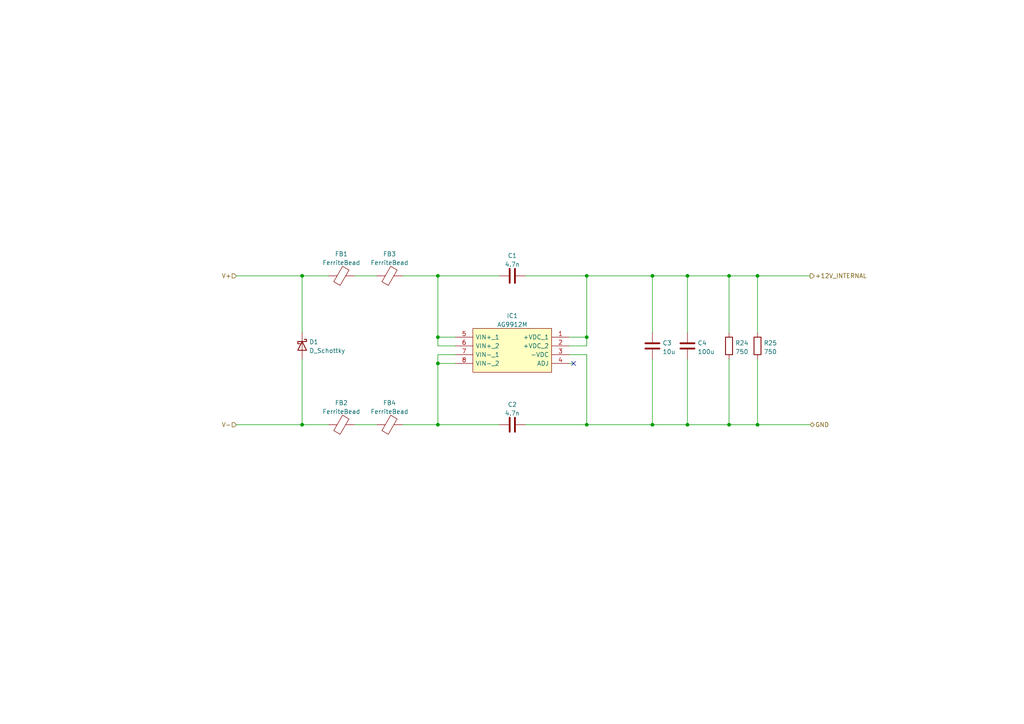
<source format=kicad_sch>
(kicad_sch (version 20211123) (generator eeschema)
  (paper "A4")
  (lib_symbols
    (symbol "Device:C" (pin_numbers hide) (pin_names (offset 0.254))
      (property "Reference" "C" (at 0.635 2.54 0))
      (property "Value" "C" (at 0.635 -2.54 0))
      (symbol "C_0_1"
        (polyline (pts (xy -2.032 -0.762) (xy 2.032 -0.762)) (stroke (width 0.508)))
        (polyline (pts (xy -2.032 0.762) (xy 2.032 0.762)) (stroke (width 0.508)))
      )
      (symbol "C_1_1"
        (pin passive line (at 0 3.81 270) (length 2.794) (name "~") (number "1"))
        (pin passive line (at 0 -3.81 90) (length 2.794) (name "~") (number "2"))
      )
    )
    (symbol "Device:D_Schottky" (pin_numbers hide) (pin_names (offset 1.016) hide)
      (property "Reference" "D" (at 0 2.54 0))
      (property "Value" "D_Schottky" (at 0 -2.54 0))
      (symbol "D_Schottky_0_1"
        (polyline (pts (xy 1.27 0) (xy -1.27 0)))
        (polyline (pts (xy 1.27 1.27) (xy 1.27 -1.27) (xy -1.27 0) (xy 1.27 1.27)) (stroke (width 0.254)))
        (polyline (pts (xy -1.905 0.635) (xy -1.905 1.27) (xy -1.27 1.27) (xy -1.27 -1.27) (xy -0.635 -1.27) (xy -0.635 -0.635)) (stroke (width 0.254)))
      )
      (symbol "D_Schottky_1_1"
        (pin passive line (at -3.81 0 0) (length 2.54) (name "K") (number "1"))
        (pin passive line (at 3.81 0 180) (length 2.54) (name "A") (number "2"))
      )
    )
    (symbol "Device:FerriteBead" (pin_numbers hide) (pin_names (offset 0))
      (property "Reference" "FB" (at -3.81 0.635 90))
      (property "Value" "FerriteBead" (at 3.81 0 90))
      (symbol "FerriteBead_0_1"
        (polyline (pts (xy 0 -1.27) (xy 0 -1.2192)))
        (polyline (pts (xy 0 1.27) (xy 0 1.2954)))
        (polyline (pts (xy -2.7686 0.4064) (xy -1.7018 2.2606) (xy 2.7686 -0.3048) (xy 1.6764 -2.159) (xy -2.7686 0.4064)))
      )
      (symbol "FerriteBead_1_1"
        (pin passive line (at 0 3.81 270) (length 2.54) (name "~") (number "1"))
        (pin passive line (at 0 -3.81 90) (length 2.54) (name "~") (number "2"))
      )
    )
    (symbol "Device:R" (pin_numbers hide) (pin_names (offset 0))
      (property "Reference" "R" (at 2.032 0 90))
      (property "Value" "R" (at 0 0 90))
      (symbol "R_0_1"
        (rectangle (start -1.016 -2.54) (end 1.016 2.54) (stroke (width 0.254)))
      )
      (symbol "R_1_1"
        (pin passive line (at 0 3.81 270) (length 1.27) (name "~") (number "1"))
        (pin passive line (at 0 -3.81 90) (length 1.27) (name "~") (number "2"))
      )
    )
    (symbol "general:AG9912M" (pin_names (offset 0.762))
      (property "Reference" "IC" (at 29.21 7.62 0))
      (property "Value" "AG9912M" (at 29.21 5.08 0))
      (symbol "AG9912M_0_0"
        (pin passive line (at 0 -7.62 0) (length 5.08) (name "+VDC_1") (number "1"))
        (pin passive line (at 0 -5.08 0) (length 5.08) (name "+VDC_2") (number "2"))
        (pin passive line (at 0 -2.54 0) (length 5.08) (name "-VDC") (number "3"))
        (pin passive line (at 0 0 0) (length 5.08) (name "ADJ") (number "4"))
        (pin passive line (at 33.02 -7.62 180) (length 5.08) (name "VIN+_1") (number "5"))
        (pin passive line (at 33.02 -5.08 180) (length 5.08) (name "VIN+_2") (number "6"))
        (pin passive line (at 33.02 -2.54 180) (length 5.08) (name "VIN-_1") (number "7"))
        (pin passive line (at 33.02 0 180) (length 5.08) (name "VIN-_2") (number "8"))
      )
      (symbol "AG9912M_0_1"
        (polyline (pts (xy 5.08 2.54) (xy 27.94 2.54) (xy 27.94 -10.16) (xy 5.08 -10.16) (xy 5.08 2.54)) (stroke (width 0.1524)) (fill (type background)))
      )
    )
  )
  (junction (at 199.39 123.19))
  (junction (at 87.63 80.01))
  (junction (at 211.455 80.01))
  (junction (at 170.18 123.19))
  (junction (at 170.18 80.01))
  (junction (at 127 80.01))
  (junction (at 211.455 123.19))
  (junction (at 189.23 80.01))
  (junction (at 219.71 123.19))
  (junction (at 127 123.19))
  (junction (at 219.71 80.01))
  (junction (at 127 97.79))
  (junction (at 127 105.41))
  (junction (at 199.39 80.01))
  (junction (at 87.63 123.19))
  (junction (at 189.23 123.19))
  (junction (at 170.18 97.79))
  (no_connect (at 166.37 105.41))
  (wire (pts (xy 165.1 100.33) (xy 170.18 100.33)))
  (wire (pts (xy 116.84 80.01) (xy 127 80.01)))
  (wire (pts (xy 199.39 80.01) (xy 211.455 80.01)))
  (wire (pts (xy 127 105.41) (xy 127 123.19)))
  (wire (pts (xy 199.39 104.14) (xy 199.39 123.19)))
  (wire (pts (xy 219.71 80.01) (xy 234.95 80.01)))
  (wire (pts (xy 152.4 80.01) (xy 170.18 80.01)))
  (wire (pts (xy 102.87 123.19) (xy 109.22 123.19)))
  (wire (pts (xy 127 100.33) (xy 127 97.79)))
  (wire (pts (xy 219.71 104.14) (xy 219.71 123.19)))
  (wire (pts (xy 87.63 80.01) (xy 87.63 96.52)))
  (wire (pts (xy 199.39 80.01) (xy 199.39 96.52)))
  (wire (pts (xy 132.08 100.33) (xy 127 100.33)))
  (wire (pts (xy 165.1 97.79) (xy 170.18 97.79)))
  (wire (pts (xy 189.23 80.01) (xy 199.39 80.01)))
  (wire (pts (xy 116.84 123.19) (xy 127 123.19)))
  (wire (pts (xy 165.1 105.41) (xy 166.37 105.41)))
  (wire (pts (xy 68.58 80.01) (xy 87.63 80.01)))
  (wire (pts (xy 165.1 102.87) (xy 170.18 102.87)))
  (wire (pts (xy 127 105.41) (xy 132.08 105.41)))
  (wire (pts (xy 127 123.19) (xy 144.78 123.19)))
  (wire (pts (xy 189.23 104.14) (xy 189.23 123.19)))
  (wire (pts (xy 127 97.79) (xy 132.08 97.79)))
  (wire (pts (xy 189.23 80.01) (xy 189.23 96.52)))
  (wire (pts (xy 170.18 102.87) (xy 170.18 123.19)))
  (wire (pts (xy 219.71 80.01) (xy 219.71 96.52)))
  (wire (pts (xy 170.18 97.79) (xy 170.18 80.01)))
  (wire (pts (xy 199.39 123.19) (xy 211.455 123.19)))
  (wire (pts (xy 132.08 102.87) (xy 127 102.87)))
  (wire (pts (xy 127 102.87) (xy 127 105.41)))
  (wire (pts (xy 127 80.01) (xy 144.78 80.01)))
  (wire (pts (xy 87.63 123.19) (xy 95.25 123.19)))
  (wire (pts (xy 219.71 123.19) (xy 234.95 123.19)))
  (wire (pts (xy 102.87 80.01) (xy 109.22 80.01)))
  (wire (pts (xy 211.455 96.52) (xy 211.455 80.01)))
  (wire (pts (xy 127 80.01) (xy 127 97.79)))
  (wire (pts (xy 87.63 104.14) (xy 87.63 123.19)))
  (wire (pts (xy 152.4 123.19) (xy 170.18 123.19)))
  (wire (pts (xy 87.63 80.01) (xy 95.25 80.01)))
  (wire (pts (xy 68.58 123.19) (xy 87.63 123.19)))
  (wire (pts (xy 170.18 123.19) (xy 189.23 123.19)))
  (wire (pts (xy 170.18 100.33) (xy 170.18 97.79)))
  (wire (pts (xy 211.455 123.19) (xy 219.71 123.19)))
  (wire (pts (xy 211.455 80.01) (xy 219.71 80.01)))
  (wire (pts (xy 170.18 80.01) (xy 189.23 80.01)))
  (wire (pts (xy 211.455 104.14) (xy 211.455 123.19)))
  (wire (pts (xy 189.23 123.19) (xy 199.39 123.19)))
  (hierarchical_label "V+" (shape input) (at 68.58 80.01 180))
  (hierarchical_label "GND" (shape bidirectional) (at 234.95 123.19 0))
  (hierarchical_label "+12V_INTERNAL" (shape output) (at 234.95 80.01 0))
  (hierarchical_label "V-" (shape input) (at 68.58 123.19 180))
  (symbol (lib_id "Device:C") (at 148.59 123.19 90) (unit 1)
    (property "Reference" "C2" (at 148.59 117.3312 90))
    (property "Value" "4.7n" (at 148.59 119.8681 90))
    (property "Footprint" "Capacitor_SMD:C_1206_3216Metric" (effects hide))
    (property "jlc" "C41017" (effects hide))
    (property "Manufacturer_Part_Number" "1206B472K202NT" (effects hide))
  )
  (symbol (lib_id "Device:FerriteBead") (at 99.06 80.01 90) (unit 1)
    (property "Reference" "FB1" (at 99.0092 73.6686 90))
    (property "Value" "FerriteBead" (at 99.0092 76.2055 90))
    (property "Footprint" "Inductor_SMD:L_1206_3216Metric" (effects hide))
    (property "Manufacturer_Part_Number" "BLM31KN102SN1L" (effects hide))
    (property "jlc" "C560056" (effects hide))
  )
  (symbol (lib_id "Device:C") (at 199.39 100.33 0) (mirror y) (unit 1)
    (property "Reference" "C4" (at 202.311 99.4953 0) (effects (justify right)))
    (property "Value" "100u" (at 202.311 102.0322 0) (effects (justify right)))
    (property "Footprint" "Capacitor_SMD:CP_Elec_5x5.4" (effects hide))
    (property "jlc" "C86604" (effects hide))
    (property "Manufacturer_Part_Number" "RVT1E100M0505" (effects hide))
  )
  (symbol (lib_id "Device:R") (at 219.71 100.33 0) (unit 1)
    (property "Reference" "R25" (at 221.488 99.4953 0) (effects (justify left)))
    (property "Value" "750" (at 221.488 102.0322 0) (effects (justify left)))
    (property "Footprint" "Resistor_SMD:R_0805_2012Metric" (effects hide))
    (property "Manufacturer_Part_Number" "ERJP06F7500V" (effects hide))
    (property "jlc" "C441980" (effects hide))
  )
  (symbol (lib_id "Device:FerriteBead") (at 113.03 80.01 90) (unit 1)
    (property "Reference" "FB3" (at 112.9792 73.6686 90))
    (property "Value" "FerriteBead" (at 112.9792 76.2055 90))
    (property "Footprint" "Inductor_SMD:L_1206_3216Metric" (effects hide))
    (property "Manufacturer_Part_Number" "BLM31KN102SN1L" (effects hide))
    (property "jlc" "C560056" (effects hide))
  )
  (symbol (lib_id "Device:C") (at 148.59 80.01 90) (unit 1)
    (property "Reference" "C1" (at 148.59 74.1512 90))
    (property "Value" "4.7n" (at 148.59 76.6881 90))
    (property "Footprint" "Capacitor_SMD:C_1206_3216Metric" (effects hide))
    (property "jlc" "C41017" (effects hide))
    (property "Manufacturer_Part_Number" "1206B472K202NT" (effects hide))
  )
  (symbol (lib_id "Device:R") (at 211.455 100.33 0) (unit 1)
    (property "Reference" "R24" (at 213.233 99.4953 0) (effects (justify left)))
    (property "Value" "750" (at 213.233 102.0322 0) (effects (justify left)))
    (property "Footprint" "Resistor_SMD:R_0805_2012Metric" (effects hide))
    (property "Manufacturer_Part_Number" "ERJP06F7500V" (effects hide))
    (property "jlc" "C441980" (effects hide))
  )
  (symbol (lib_id "Device:FerriteBead") (at 99.06 123.19 90) (unit 1)
    (property "Reference" "FB2" (at 99.0092 116.8486 90))
    (property "Value" "FerriteBead" (at 99.0092 119.3855 90))
    (property "Footprint" "Inductor_SMD:L_1206_3216Metric" (effects hide))
    (property "Manufacturer_Part_Number" "BLM31KN102SN1L" (effects hide))
    (property "jlc" "C560056" (effects hide))
  )
  (symbol (lib_id "Device:D_Schottky") (at 87.63 100.33 270) (unit 1)
    (property "Reference" "D1" (at 89.662 99.1778 90) (effects (justify left)))
    (property "Value" "D_Schottky" (at 89.662 101.7147 90) (effects (justify left)))
    (property "Footprint" "Diode_SMD:D_SMA" (effects hide))
    (property "Manufacturer_Part_Number" "SMAJ58A-TP" (effects hide))
    (property "jlc" "C669036" (effects hide))
  )
  (symbol (lib_id "general:AG9912M") (at 165.1 105.41 180) (unit 1)
    (property "Reference" "IC1" (at 148.59 91.601 0))
    (property "Value" "AG9912M" (at 148.59 94.1379 0))
    (property "Footprint" "AG9912M" (effects hide))
    (property "Description" "Ultra Miniature PoE Module" (effects hide))
    (property "Height" "13.85" (effects hide))
    (property "Mouser Part Number" "480-AG9912M" (effects hide))
    (property "Mouser Price/Stock" "https://www.mouser.co.uk/ProductDetail/Silvertel/Ag9912M?qs=OlC7AqGiEDkycJrCl2xLig%3D%3D" (effects hide))
    (property "Manufacturer_Name" "Silvertel" (effects hide))
    (property "Manufacturer_Part_Number" "AG9912M" (effects hide))
  )
  (symbol (lib_id "Device:C") (at 189.23 100.33 0) (mirror y) (unit 1)
    (property "Reference" "C3" (at 192.151 99.4953 0) (effects (justify right)))
    (property "Value" "10u" (at 192.151 102.0322 0) (effects (justify right)))
    (property "Footprint" "Capacitor_SMD:C_0805_2012Metric" (effects hide))
    (property "jlc" "C84416" (effects hide))
    (property "Manufacturer_Part_Number" "GRM21BR61E106KA73L" (effects hide))
  )
  (symbol (lib_id "Device:FerriteBead") (at 113.03 123.19 90) (unit 1)
    (property "Reference" "FB4" (at 112.9792 116.8486 90))
    (property "Value" "FerriteBead" (at 112.9792 119.3855 90))
    (property "Footprint" "Inductor_SMD:L_1206_3216Metric" (effects hide))
    (property "Manufacturer_Part_Number" "BLM31KN102SN1L" (effects hide))
    (property "jlc" "C560056" (effects hide))
  )
)
</source>
